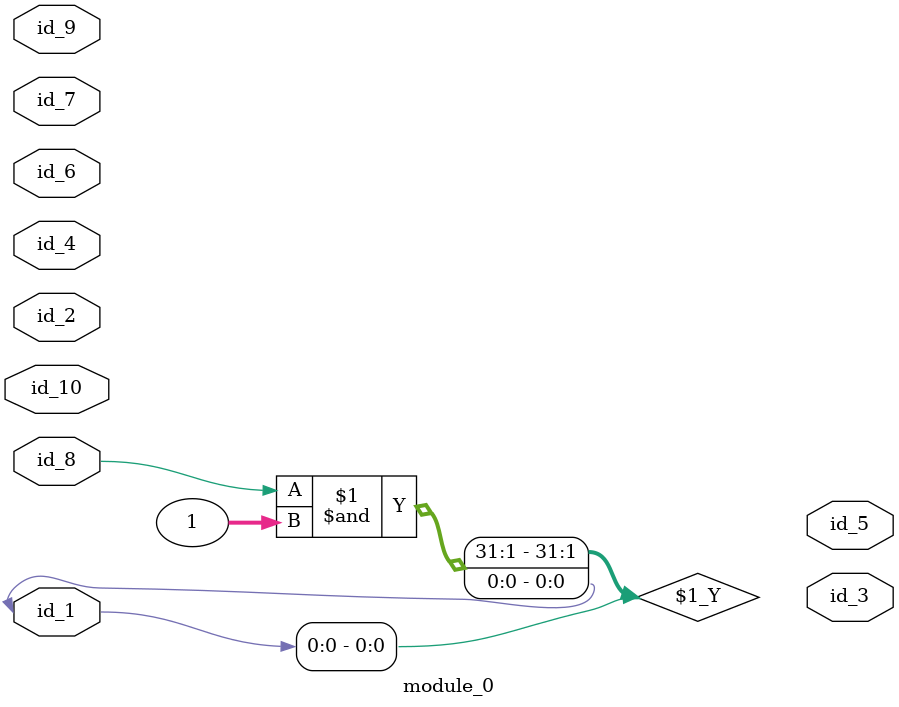
<source format=v>
module module_0 (
    id_1,
    id_2,
    id_3,
    id_4,
    id_5,
    id_6,
    id_7,
    id_8,
    id_9,
    id_10
);
  inout id_10;
  inout id_9;
  input id_8;
  input id_7;
  inout id_6;
  output id_5;
  inout id_4;
  output id_3;
  input id_2;
  inout id_1;
  assign id_1 = id_8 & 1;
endmodule

</source>
